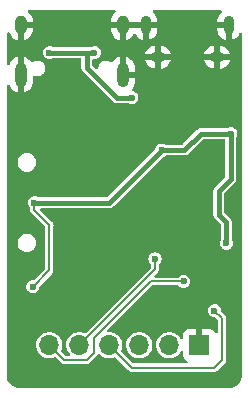
<source format=gbl>
G04 #@! TF.GenerationSoftware,KiCad,Pcbnew,7.0.5-7.0.5~ubuntu22.04.1*
G04 #@! TF.CreationDate,2023-07-13T11:12:20+08:00*
G04 #@! TF.ProjectId,EFP-flash,4546502d-666c-4617-9368-2e6b69636164,v1.1.0*
G04 #@! TF.SameCoordinates,Original*
G04 #@! TF.FileFunction,Copper,L2,Bot*
G04 #@! TF.FilePolarity,Positive*
%FSLAX46Y46*%
G04 Gerber Fmt 4.6, Leading zero omitted, Abs format (unit mm)*
G04 Created by KiCad (PCBNEW 7.0.5-7.0.5~ubuntu22.04.1) date 2023-07-13 11:12:20*
%MOMM*%
%LPD*%
G01*
G04 APERTURE LIST*
G04 #@! TA.AperFunction,ComponentPad*
%ADD10O,0.890000X1.550000*%
G04 #@! TD*
G04 #@! TA.AperFunction,ComponentPad*
%ADD11O,1.250000X0.950000*%
G04 #@! TD*
G04 #@! TA.AperFunction,ComponentPad*
%ADD12O,1.000000X2.100000*%
G04 #@! TD*
G04 #@! TA.AperFunction,ComponentPad*
%ADD13O,1.000000X1.600000*%
G04 #@! TD*
G04 #@! TA.AperFunction,ComponentPad*
%ADD14R,1.700000X1.700000*%
G04 #@! TD*
G04 #@! TA.AperFunction,ComponentPad*
%ADD15O,1.700000X1.700000*%
G04 #@! TD*
G04 #@! TA.AperFunction,ViaPad*
%ADD16C,0.600000*%
G04 #@! TD*
G04 #@! TA.AperFunction,Conductor*
%ADD17C,0.200000*%
G04 #@! TD*
G04 #@! TA.AperFunction,Conductor*
%ADD18C,0.400000*%
G04 #@! TD*
G04 #@! TA.AperFunction,Conductor*
%ADD19C,0.127000*%
G04 #@! TD*
G04 APERTURE END LIST*
D10*
G04 #@! TO.P,J101,6,Shield*
G04 #@! TO.N,GND*
X151709000Y-38959000D03*
D11*
X150709000Y-41659000D03*
X145709000Y-41659000D03*
D10*
X144709000Y-38959000D03*
G04 #@! TD*
D12*
G04 #@! TO.P,J102,S1,SHIELD*
G04 #@! TO.N,GND*
X142750000Y-43135000D03*
D13*
X142750000Y-38955000D03*
D12*
X134110000Y-43135000D03*
D13*
X134110000Y-38955000D03*
G04 #@! TD*
D14*
G04 #@! TO.P,J103,1,Pin_1*
G04 #@! TO.N,GND*
X149225000Y-66040000D03*
D15*
G04 #@! TO.P,J103,2,Pin_2*
G04 #@! TO.N,/SER_RX*
X146685000Y-66040000D03*
G04 #@! TO.P,J103,3,Pin_3*
G04 #@! TO.N,/SER_TX*
X144145000Y-66040000D03*
G04 #@! TO.P,J103,4,Pin_4*
G04 #@! TO.N,/3v3_{SW}*
X141605000Y-66040000D03*
G04 #@! TO.P,J103,5,Pin_5*
G04 #@! TO.N,/EN*
X139065000Y-66040000D03*
G04 #@! TO.P,J103,6,Pin_6*
G04 #@! TO.N,/Boot*
X136525000Y-66040000D03*
G04 #@! TD*
D16*
G04 #@! TO.N,GND*
X145415000Y-53340000D03*
X145415000Y-64135000D03*
X149606000Y-49530000D03*
X144780000Y-49530000D03*
X151765000Y-53975000D03*
X146939000Y-40259000D03*
X135890000Y-48641000D03*
X147828000Y-48133000D03*
X139700000Y-50165000D03*
X137795000Y-64135000D03*
X136906000Y-46990000D03*
X149987000Y-43942000D03*
X147955000Y-54610000D03*
X140970000Y-59055000D03*
X138430000Y-60960000D03*
X151765000Y-58420000D03*
X143129000Y-47752000D03*
X134620000Y-45720000D03*
X140970000Y-61595000D03*
G04 #@! TO.N,+3V3*
X151892000Y-48133000D03*
X146050000Y-49530000D03*
X151511000Y-57404000D03*
X135128000Y-61087000D03*
X135255000Y-53975000D03*
G04 #@! TO.N,Net-(J101-VBUS)*
X143510000Y-45085000D03*
X140335000Y-41275000D03*
X136525000Y-41275000D03*
G04 #@! TO.N,/3v3_{SW}*
X150495000Y-63119000D03*
G04 #@! TO.N,/EN*
X145481000Y-58740000D03*
G04 #@! TO.N,/Boot*
X147889000Y-60640000D03*
G04 #@! TD*
D17*
G04 #@! TO.N,+3V3*
X136525000Y-59690000D02*
X136525000Y-55880000D01*
D18*
X150876000Y-54991000D02*
X151511000Y-55626000D01*
X150876000Y-52959000D02*
X150876000Y-54991000D01*
D17*
X135255000Y-54610000D02*
X135255000Y-53975000D01*
D18*
X147955000Y-49530000D02*
X146050000Y-49530000D01*
X146050000Y-49530000D02*
X141605000Y-53975000D01*
X151892000Y-48133000D02*
X151892000Y-51943000D01*
D17*
X136525000Y-55880000D02*
X135255000Y-54610000D01*
D18*
X151892000Y-51943000D02*
X150876000Y-52959000D01*
X149352000Y-48133000D02*
X147955000Y-49530000D01*
X141605000Y-53975000D02*
X135255000Y-53975000D01*
D17*
X135128000Y-61087000D02*
X136525000Y-59690000D01*
D18*
X151892000Y-48133000D02*
X149352000Y-48133000D01*
X151511000Y-55626000D02*
X151511000Y-57404000D01*
G04 #@! TO.N,Net-(J101-VBUS)*
X139700000Y-41275000D02*
X139700000Y-42545000D01*
X139700000Y-42545000D02*
X142240000Y-45085000D01*
X136525000Y-41275000D02*
X139700000Y-41275000D01*
X142240000Y-45085000D02*
X143510000Y-45085000D01*
X139700000Y-41275000D02*
X140335000Y-41275000D01*
D17*
G04 #@! TO.N,/3v3_{SW}*
X143510000Y-67945000D02*
X150495000Y-67945000D01*
X141605000Y-66040000D02*
X143510000Y-67945000D01*
X151130000Y-67310000D02*
X151130000Y-63754000D01*
X151130000Y-63754000D02*
X150495000Y-63119000D01*
X150495000Y-67945000D02*
X151130000Y-67310000D01*
D19*
G04 #@! TO.N,/EN*
X139065000Y-66040000D02*
X145481000Y-59624000D01*
X145481000Y-59624000D02*
X145481000Y-58740000D01*
G04 #@! TO.N,/Boot*
X145100000Y-60640000D02*
X147889000Y-60640000D01*
X140335000Y-65405000D02*
X145100000Y-60640000D01*
X140335000Y-66675000D02*
X140335000Y-65405000D01*
X139700000Y-67310000D02*
X140335000Y-66675000D01*
X136525000Y-66040000D02*
X137795000Y-67310000D01*
X137795000Y-67310000D02*
X139700000Y-67310000D01*
G04 #@! TD*
G04 #@! TA.AperFunction,Conductor*
G04 #@! TO.N,GND*
G36*
X142082766Y-37685502D02*
G01*
X142129259Y-37739158D01*
X142139363Y-37809432D01*
X142109869Y-37874012D01*
X142094579Y-37888899D01*
X142033788Y-37938788D01*
X141907824Y-38092275D01*
X141814225Y-38267385D01*
X141814219Y-38267400D01*
X141756585Y-38457393D01*
X141756583Y-38457405D01*
X141742000Y-38605473D01*
X141742000Y-38701000D01*
X142450000Y-38701000D01*
X142450000Y-39209000D01*
X141742000Y-39209000D01*
X141742000Y-39304526D01*
X141756583Y-39452594D01*
X141756585Y-39452606D01*
X141814219Y-39642599D01*
X141814225Y-39642614D01*
X141907824Y-39817724D01*
X142033788Y-39971211D01*
X142187275Y-40097175D01*
X142362388Y-40190775D01*
X142496000Y-40231305D01*
X142496000Y-39414650D01*
X142524457Y-39460610D01*
X142613962Y-39528201D01*
X142721840Y-39558895D01*
X142833521Y-39548546D01*
X142933922Y-39498552D01*
X143004000Y-39421681D01*
X143004000Y-40231305D01*
X143137611Y-40190775D01*
X143312724Y-40097175D01*
X143466211Y-39971211D01*
X143592175Y-39817724D01*
X143640287Y-39727714D01*
X143690039Y-39677066D01*
X143759275Y-39661356D01*
X143826015Y-39685572D01*
X143861577Y-39725962D01*
X143922778Y-39836226D01*
X143922778Y-39836227D01*
X144049023Y-39983285D01*
X144049029Y-39983290D01*
X144202298Y-40101929D01*
X144376308Y-40187285D01*
X144376309Y-40187286D01*
X144455000Y-40207660D01*
X144455000Y-39213000D01*
X143772191Y-39213000D01*
X143758568Y-39209000D01*
X143050000Y-39209000D01*
X143050000Y-38701000D01*
X143741809Y-38701000D01*
X143755432Y-38705000D01*
X144459000Y-38705000D01*
X144459000Y-39308624D01*
X144473505Y-39381545D01*
X144528760Y-39464240D01*
X144611455Y-39519495D01*
X144709000Y-39538898D01*
X144806545Y-39519495D01*
X144889240Y-39464240D01*
X144944495Y-39381545D01*
X144959000Y-39308624D01*
X144959000Y-39213000D01*
X144963000Y-39213000D01*
X144963000Y-40211187D01*
X145130858Y-40149019D01*
X145295347Y-40046493D01*
X145295354Y-40046489D01*
X145435827Y-39912957D01*
X145546550Y-39753878D01*
X145622982Y-39575767D01*
X145661999Y-39385912D01*
X145662000Y-39385906D01*
X145662000Y-39213000D01*
X150756000Y-39213000D01*
X150756000Y-39337350D01*
X150770692Y-39481819D01*
X150770693Y-39481824D01*
X150828716Y-39666757D01*
X150922778Y-39836226D01*
X150922778Y-39836227D01*
X151049023Y-39983285D01*
X151049029Y-39983290D01*
X151202298Y-40101929D01*
X151376308Y-40187285D01*
X151376309Y-40187286D01*
X151455000Y-40207660D01*
X151455000Y-39213000D01*
X150756000Y-39213000D01*
X145662000Y-39213000D01*
X144963000Y-39213000D01*
X144959000Y-39213000D01*
X144959000Y-38705000D01*
X145662000Y-38705000D01*
X145662000Y-38580668D01*
X145661999Y-38580649D01*
X145647307Y-38436180D01*
X145647306Y-38436175D01*
X145589283Y-38251242D01*
X145495221Y-38081773D01*
X145495221Y-38081772D01*
X145368976Y-37934714D01*
X145368974Y-37934713D01*
X145312680Y-37891138D01*
X145271056Y-37833623D01*
X145267133Y-37762735D01*
X145302159Y-37700980D01*
X145365011Y-37667964D01*
X145389806Y-37665500D01*
X151023936Y-37665500D01*
X151092057Y-37685502D01*
X151138550Y-37739158D01*
X151148654Y-37809432D01*
X151119160Y-37874012D01*
X151110746Y-37882824D01*
X150982170Y-38005045D01*
X150871449Y-38164121D01*
X150795017Y-38342232D01*
X150756000Y-38532087D01*
X150756000Y-38705000D01*
X151459000Y-38705000D01*
X151459000Y-39308624D01*
X151473505Y-39381545D01*
X151528760Y-39464240D01*
X151611455Y-39519495D01*
X151709000Y-39538898D01*
X151806545Y-39519495D01*
X151889240Y-39464240D01*
X151944495Y-39381545D01*
X151959000Y-39308624D01*
X151959000Y-38812611D01*
X151963000Y-38831000D01*
X151963000Y-40211187D01*
X152130858Y-40149019D01*
X152295347Y-40046493D01*
X152295354Y-40046489D01*
X152435827Y-39912957D01*
X152546550Y-39753878D01*
X152592711Y-39646309D01*
X152637956Y-39591596D01*
X152705597Y-39570030D01*
X152774161Y-39588458D01*
X152821877Y-39641028D01*
X152834500Y-39695997D01*
X152834500Y-68577242D01*
X152834260Y-68582736D01*
X152819211Y-68754736D01*
X152815398Y-68776365D01*
X152772854Y-68935142D01*
X152765342Y-68955781D01*
X152695870Y-69104763D01*
X152684888Y-69123783D01*
X152590607Y-69258431D01*
X152576489Y-69275256D01*
X152460256Y-69391489D01*
X152443431Y-69405607D01*
X152308783Y-69499888D01*
X152289763Y-69510870D01*
X152140781Y-69580342D01*
X152120142Y-69587854D01*
X151961365Y-69630398D01*
X151939736Y-69634211D01*
X151767736Y-69649260D01*
X151762242Y-69649500D01*
X133987758Y-69649500D01*
X133982264Y-69649260D01*
X133810263Y-69634212D01*
X133788634Y-69630398D01*
X133629857Y-69587854D01*
X133609218Y-69580342D01*
X133460236Y-69510870D01*
X133441216Y-69499888D01*
X133306568Y-69405607D01*
X133289743Y-69391489D01*
X133173510Y-69275256D01*
X133159392Y-69258431D01*
X133065111Y-69123783D01*
X133054129Y-69104763D01*
X132984657Y-68955781D01*
X132977147Y-68935148D01*
X132934600Y-68776363D01*
X132930787Y-68754735D01*
X132915740Y-68582736D01*
X132915500Y-68577242D01*
X132915500Y-66040004D01*
X135415768Y-66040004D01*
X135434654Y-66243819D01*
X135448932Y-66294000D01*
X135490672Y-66440701D01*
X135581912Y-66623935D01*
X135602186Y-66650783D01*
X135705266Y-66787284D01*
X135856536Y-66925185D01*
X136030566Y-67032940D01*
X136030568Y-67032940D01*
X136030573Y-67032944D01*
X136221444Y-67106888D01*
X136422653Y-67144500D01*
X136422655Y-67144500D01*
X136627345Y-67144500D01*
X136627347Y-67144500D01*
X136828556Y-67106888D01*
X136978041Y-67048976D01*
X137048788Y-67043020D01*
X137111524Y-67076257D01*
X137112653Y-67077373D01*
X137558379Y-67523099D01*
X137562083Y-67527142D01*
X137587438Y-67557358D01*
X137587440Y-67557360D01*
X137621594Y-67577079D01*
X137626219Y-67580025D01*
X137635706Y-67586668D01*
X137658536Y-67602654D01*
X137664988Y-67605662D01*
X137677850Y-67610989D01*
X137684558Y-67613431D01*
X137684560Y-67613432D01*
X137723412Y-67620282D01*
X137728748Y-67621465D01*
X137766857Y-67631677D01*
X137791918Y-67629484D01*
X137806150Y-67628240D01*
X137811642Y-67628000D01*
X139683358Y-67628000D01*
X139688850Y-67628240D01*
X139705255Y-67629674D01*
X139728143Y-67631677D01*
X139766262Y-67621461D01*
X139771583Y-67620282D01*
X139810440Y-67613432D01*
X139810441Y-67613431D01*
X139810443Y-67613431D01*
X139817163Y-67610984D01*
X139829973Y-67605679D01*
X139836460Y-67602653D01*
X139836466Y-67602652D01*
X139868781Y-67580024D01*
X139873410Y-67577077D01*
X139907558Y-67557362D01*
X139907562Y-67557358D01*
X139932917Y-67527139D01*
X139936610Y-67523108D01*
X140548108Y-66911610D01*
X140552141Y-66907916D01*
X140582360Y-66882560D01*
X140602076Y-66848411D01*
X140605029Y-66843775D01*
X140606587Y-66841549D01*
X140617198Y-66826394D01*
X140672652Y-66782065D01*
X140743271Y-66774753D01*
X140805298Y-66805547D01*
X140936532Y-66925182D01*
X140936535Y-66925184D01*
X140936537Y-66925185D01*
X140936538Y-66925186D01*
X140984843Y-66955095D01*
X141110566Y-67032940D01*
X141110568Y-67032940D01*
X141110573Y-67032944D01*
X141301444Y-67106888D01*
X141502653Y-67144500D01*
X141502655Y-67144500D01*
X141707345Y-67144500D01*
X141707347Y-67144500D01*
X141908556Y-67106888D01*
X142020835Y-67063389D01*
X142091580Y-67057433D01*
X142154317Y-67090669D01*
X142155447Y-67091786D01*
X143224089Y-68160428D01*
X143240476Y-68180606D01*
X143245578Y-68188416D01*
X143248242Y-68190489D01*
X143271813Y-68208835D01*
X143277657Y-68213996D01*
X143280103Y-68216442D01*
X143286344Y-68220898D01*
X143296987Y-68228498D01*
X143299074Y-68230054D01*
X143331653Y-68255410D01*
X143338944Y-68261085D01*
X143338946Y-68261085D01*
X143345480Y-68264621D01*
X143352147Y-68267880D01*
X143352152Y-68267884D01*
X143383525Y-68277224D01*
X143400583Y-68282303D01*
X143403065Y-68283097D01*
X143450844Y-68299500D01*
X143450851Y-68299500D01*
X143458191Y-68300725D01*
X143465542Y-68301641D01*
X143465544Y-68301642D01*
X143465545Y-68301641D01*
X143465546Y-68301642D01*
X143479291Y-68301073D01*
X143516034Y-68299553D01*
X143518629Y-68299500D01*
X150445166Y-68299500D01*
X150471022Y-68302181D01*
X150480147Y-68304095D01*
X150513134Y-68299983D01*
X150520923Y-68299500D01*
X150524374Y-68299500D01*
X150524377Y-68299500D01*
X150544840Y-68296084D01*
X150547400Y-68295712D01*
X150569184Y-68292996D01*
X150597551Y-68289461D01*
X150597555Y-68289458D01*
X150604694Y-68287333D01*
X150611696Y-68284929D01*
X150611698Y-68284929D01*
X150649223Y-68264621D01*
X150656132Y-68260882D01*
X150658429Y-68259698D01*
X150703840Y-68237499D01*
X150703845Y-68237493D01*
X150709887Y-68233179D01*
X150715744Y-68228621D01*
X150715749Y-68228619D01*
X150749990Y-68191421D01*
X150751749Y-68189588D01*
X151345431Y-67595905D01*
X151365609Y-67579520D01*
X151373416Y-67574421D01*
X151393843Y-67548174D01*
X151398999Y-67542337D01*
X151401442Y-67539896D01*
X151413521Y-67522976D01*
X151415015Y-67520972D01*
X151446085Y-67481056D01*
X151446088Y-67481045D01*
X151449627Y-67474506D01*
X151452884Y-67467847D01*
X151467312Y-67419381D01*
X151468083Y-67416975D01*
X151484500Y-67369156D01*
X151484500Y-67369149D01*
X151485724Y-67361810D01*
X151486642Y-67354452D01*
X151484554Y-67303973D01*
X151484500Y-67301369D01*
X151484500Y-63803834D01*
X151487182Y-63777974D01*
X151489095Y-63768853D01*
X151484983Y-63735866D01*
X151484500Y-63728076D01*
X151484500Y-63724627D01*
X151484500Y-63724623D01*
X151481081Y-63704138D01*
X151480712Y-63701602D01*
X151480299Y-63698287D01*
X151474461Y-63651449D01*
X151474459Y-63651446D01*
X151472343Y-63644335D01*
X151469929Y-63637304D01*
X151469929Y-63637302D01*
X151445861Y-63592830D01*
X151444704Y-63590583D01*
X151422499Y-63545161D01*
X151422495Y-63545157D01*
X151418158Y-63539083D01*
X151413620Y-63533252D01*
X151376419Y-63499006D01*
X151374564Y-63497226D01*
X151091190Y-63213852D01*
X151057164Y-63151540D01*
X151054285Y-63124757D01*
X151054285Y-63118999D01*
X151035228Y-62974247D01*
X151035228Y-62974246D01*
X150979355Y-62839358D01*
X150890474Y-62723526D01*
X150890472Y-62723524D01*
X150890471Y-62723523D01*
X150774649Y-62634649D01*
X150774641Y-62634644D01*
X150639752Y-62578771D01*
X150495000Y-62559715D01*
X150350247Y-62578771D01*
X150282801Y-62606708D01*
X150215358Y-62634645D01*
X150215357Y-62634646D01*
X150215356Y-62634646D01*
X150099526Y-62723526D01*
X150010646Y-62839356D01*
X150010645Y-62839358D01*
X149982708Y-62906802D01*
X149954771Y-62974247D01*
X149935715Y-63118999D01*
X149935715Y-63119000D01*
X149954771Y-63263752D01*
X150010644Y-63398641D01*
X150010649Y-63398649D01*
X150099525Y-63514474D01*
X150201682Y-63592862D01*
X150215357Y-63603355D01*
X150350246Y-63659228D01*
X150495000Y-63678285D01*
X150500757Y-63678285D01*
X150568878Y-63698287D01*
X150589852Y-63715190D01*
X150738595Y-63863933D01*
X150772621Y-63926245D01*
X150775500Y-63953028D01*
X150775500Y-64916088D01*
X150755498Y-64984209D01*
X150701842Y-65030702D01*
X150631568Y-65040806D01*
X150566988Y-65011312D01*
X150531445Y-64960122D01*
X150525445Y-64944037D01*
X150525444Y-64944034D01*
X150437904Y-64827095D01*
X150320965Y-64739555D01*
X150184093Y-64688505D01*
X150123597Y-64682000D01*
X149479000Y-64682000D01*
X149479000Y-65606325D01*
X149367315Y-65555320D01*
X149260763Y-65540000D01*
X149189237Y-65540000D01*
X149082685Y-65555320D01*
X148971000Y-65606325D01*
X148971000Y-64682000D01*
X148326402Y-64682000D01*
X148265906Y-64688505D01*
X148129035Y-64739555D01*
X148129034Y-64739555D01*
X148012095Y-64827095D01*
X147924555Y-64944034D01*
X147924555Y-64944035D01*
X147873505Y-65080906D01*
X147867000Y-65141402D01*
X147867000Y-65400145D01*
X147846998Y-65468266D01*
X147793342Y-65514759D01*
X147723068Y-65524863D01*
X147658488Y-65495369D01*
X147631630Y-65460723D01*
X147631155Y-65461018D01*
X147628360Y-65456505D01*
X147628211Y-65456312D01*
X147628087Y-65456063D01*
X147504733Y-65292715D01*
X147353463Y-65154814D01*
X147179433Y-65047059D01*
X147179428Y-65047057D01*
X147179427Y-65047056D01*
X147127040Y-65026761D01*
X146988559Y-64973113D01*
X146988560Y-64973113D01*
X146988557Y-64973112D01*
X146988556Y-64973112D01*
X146787347Y-64935500D01*
X146582653Y-64935500D01*
X146381444Y-64973112D01*
X146381439Y-64973113D01*
X146190577Y-65047054D01*
X146190566Y-65047059D01*
X146016536Y-65154814D01*
X145865266Y-65292715D01*
X145741913Y-65456063D01*
X145650671Y-65639301D01*
X145594654Y-65836180D01*
X145575768Y-66039995D01*
X145575768Y-66040004D01*
X145594654Y-66243819D01*
X145608932Y-66294000D01*
X145650672Y-66440701D01*
X145741912Y-66623935D01*
X145762186Y-66650783D01*
X145865266Y-66787284D01*
X146016536Y-66925185D01*
X146190566Y-67032940D01*
X146190568Y-67032940D01*
X146190573Y-67032944D01*
X146381444Y-67106888D01*
X146582653Y-67144500D01*
X146582655Y-67144500D01*
X146787345Y-67144500D01*
X146787347Y-67144500D01*
X146988556Y-67106888D01*
X147179427Y-67032944D01*
X147353462Y-66925186D01*
X147504732Y-66787285D01*
X147506126Y-66785440D01*
X147585860Y-66679854D01*
X147628088Y-66623935D01*
X147628208Y-66623693D01*
X147628296Y-66623598D01*
X147631155Y-66618982D01*
X147632057Y-66619541D01*
X147676474Y-66571630D01*
X147745228Y-66553925D01*
X147812639Y-66576202D01*
X147857305Y-66631387D01*
X147867000Y-66679854D01*
X147867000Y-66938597D01*
X147873505Y-66999093D01*
X147924555Y-67135964D01*
X147924555Y-67135965D01*
X148012095Y-67252904D01*
X148129034Y-67340444D01*
X148145121Y-67346444D01*
X148201957Y-67388991D01*
X148226768Y-67455511D01*
X148211677Y-67524885D01*
X148161475Y-67575087D01*
X148101089Y-67590500D01*
X143709029Y-67590500D01*
X143640908Y-67570498D01*
X143619934Y-67553595D01*
X142659458Y-66593119D01*
X142625432Y-66530807D01*
X142630497Y-66459992D01*
X142635759Y-66447868D01*
X142639328Y-66440701D01*
X142695345Y-66243821D01*
X142702371Y-66168000D01*
X142714232Y-66040004D01*
X143035768Y-66040004D01*
X143054654Y-66243819D01*
X143068932Y-66294000D01*
X143110672Y-66440701D01*
X143201912Y-66623935D01*
X143222186Y-66650783D01*
X143325266Y-66787284D01*
X143476536Y-66925185D01*
X143650566Y-67032940D01*
X143650568Y-67032940D01*
X143650573Y-67032944D01*
X143841444Y-67106888D01*
X144042653Y-67144500D01*
X144042655Y-67144500D01*
X144247345Y-67144500D01*
X144247347Y-67144500D01*
X144448556Y-67106888D01*
X144639427Y-67032944D01*
X144813462Y-66925186D01*
X144964732Y-66787285D01*
X144966126Y-66785440D01*
X144997500Y-66743893D01*
X145088088Y-66623935D01*
X145179328Y-66440701D01*
X145235345Y-66243821D01*
X145242371Y-66168000D01*
X145254232Y-66040004D01*
X145254232Y-66039995D01*
X145235345Y-65836180D01*
X145199217Y-65709202D01*
X145179328Y-65639299D01*
X145088088Y-65456065D01*
X145045859Y-65400145D01*
X144964733Y-65292715D01*
X144813463Y-65154814D01*
X144639433Y-65047059D01*
X144639428Y-65047057D01*
X144639427Y-65047056D01*
X144587040Y-65026761D01*
X144448559Y-64973113D01*
X144448560Y-64973113D01*
X144448557Y-64973112D01*
X144448556Y-64973112D01*
X144247347Y-64935500D01*
X144042653Y-64935500D01*
X143841444Y-64973112D01*
X143841439Y-64973113D01*
X143650577Y-65047054D01*
X143650566Y-65047059D01*
X143476536Y-65154814D01*
X143325266Y-65292715D01*
X143201913Y-65456063D01*
X143110671Y-65639301D01*
X143054654Y-65836180D01*
X143035768Y-66039995D01*
X143035768Y-66040004D01*
X142714232Y-66040004D01*
X142714232Y-66039995D01*
X142695345Y-65836180D01*
X142659217Y-65709202D01*
X142639328Y-65639299D01*
X142548088Y-65456065D01*
X142505859Y-65400145D01*
X142424733Y-65292715D01*
X142273463Y-65154814D01*
X142099433Y-65047059D01*
X142099428Y-65047057D01*
X142099427Y-65047056D01*
X142047040Y-65026761D01*
X141908559Y-64973113D01*
X141908560Y-64973113D01*
X141908557Y-64973112D01*
X141908556Y-64973112D01*
X141707347Y-64935500D01*
X141558409Y-64935500D01*
X141490288Y-64915498D01*
X141443795Y-64861842D01*
X141433691Y-64791568D01*
X141463185Y-64726988D01*
X141469314Y-64720405D01*
X143215473Y-62974247D01*
X145194814Y-60994905D01*
X145257127Y-60960879D01*
X145283910Y-60958000D01*
X147371942Y-60958000D01*
X147440063Y-60978002D01*
X147471904Y-61007296D01*
X147493526Y-61035474D01*
X147609357Y-61124355D01*
X147744246Y-61180228D01*
X147889000Y-61199285D01*
X148033754Y-61180228D01*
X148168643Y-61124355D01*
X148284474Y-61035474D01*
X148373355Y-60919643D01*
X148429228Y-60784754D01*
X148448285Y-60640000D01*
X148429228Y-60495246D01*
X148373355Y-60360358D01*
X148284474Y-60244526D01*
X148284472Y-60244524D01*
X148284471Y-60244523D01*
X148168649Y-60155649D01*
X148168641Y-60155644D01*
X148033752Y-60099771D01*
X147889000Y-60080715D01*
X147744247Y-60099771D01*
X147676801Y-60127708D01*
X147609358Y-60155645D01*
X147609357Y-60155646D01*
X147609356Y-60155646D01*
X147493524Y-60244527D01*
X147471905Y-60272703D01*
X147414567Y-60314571D01*
X147371942Y-60322000D01*
X145536911Y-60322000D01*
X145468790Y-60301998D01*
X145422297Y-60248342D01*
X145412193Y-60178068D01*
X145441687Y-60113488D01*
X145447815Y-60106905D01*
X145632395Y-59922324D01*
X145694103Y-59860615D01*
X145698148Y-59856910D01*
X145701005Y-59854513D01*
X145728360Y-59831560D01*
X145747639Y-59798168D01*
X145748077Y-59797410D01*
X145751024Y-59792781D01*
X145773652Y-59760466D01*
X145773653Y-59760460D01*
X145776679Y-59753973D01*
X145781984Y-59741163D01*
X145784431Y-59734443D01*
X145784432Y-59734440D01*
X145791282Y-59695583D01*
X145792461Y-59690262D01*
X145802677Y-59652143D01*
X145800574Y-59628110D01*
X145799240Y-59612850D01*
X145799000Y-59607358D01*
X145799000Y-59257058D01*
X145819002Y-59188937D01*
X145848297Y-59157095D01*
X145876474Y-59135474D01*
X145965355Y-59019643D01*
X146021228Y-58884754D01*
X146040285Y-58740000D01*
X146021228Y-58595246D01*
X145965355Y-58460358D01*
X145876474Y-58344526D01*
X145876472Y-58344524D01*
X145876471Y-58344523D01*
X145760649Y-58255649D01*
X145760641Y-58255644D01*
X145625752Y-58199771D01*
X145481000Y-58180715D01*
X145336247Y-58199771D01*
X145268801Y-58227708D01*
X145201358Y-58255645D01*
X145201357Y-58255646D01*
X145201356Y-58255646D01*
X145085526Y-58344526D01*
X144996646Y-58460356D01*
X144996645Y-58460358D01*
X144968708Y-58527802D01*
X144940771Y-58595247D01*
X144921715Y-58739999D01*
X144921715Y-58740000D01*
X144940771Y-58884752D01*
X144996644Y-59019641D01*
X144996649Y-59019649D01*
X145085525Y-59135473D01*
X145113703Y-59157095D01*
X145155571Y-59214433D01*
X145163000Y-59257058D01*
X145163000Y-59440089D01*
X145142998Y-59508210D01*
X145126095Y-59529184D01*
X139652652Y-65002626D01*
X139590340Y-65036652D01*
X139519525Y-65031587D01*
X139518041Y-65031023D01*
X139517212Y-65030702D01*
X139497708Y-65023146D01*
X139368557Y-64973112D01*
X139299065Y-64960122D01*
X139167347Y-64935500D01*
X138962653Y-64935500D01*
X138761444Y-64973112D01*
X138761439Y-64973113D01*
X138570577Y-65047054D01*
X138570566Y-65047059D01*
X138396536Y-65154814D01*
X138245266Y-65292715D01*
X138121913Y-65456063D01*
X138030671Y-65639301D01*
X137974654Y-65836180D01*
X137955768Y-66039995D01*
X137955768Y-66040004D01*
X137974654Y-66243819D01*
X137988932Y-66294000D01*
X138030672Y-66440701D01*
X138121912Y-66623935D01*
X138149985Y-66661110D01*
X138247369Y-66790068D01*
X138272459Y-66856484D01*
X138257659Y-66925921D01*
X138207668Y-66976333D01*
X138146819Y-66992000D01*
X137978910Y-66992000D01*
X137910789Y-66971998D01*
X137889815Y-66955095D01*
X137562299Y-66627579D01*
X137528273Y-66565267D01*
X137533338Y-66494452D01*
X137538604Y-66482320D01*
X137549722Y-66459992D01*
X137559328Y-66440701D01*
X137615345Y-66243821D01*
X137622371Y-66168000D01*
X137634232Y-66040004D01*
X137634232Y-66039995D01*
X137615345Y-65836180D01*
X137579217Y-65709202D01*
X137559328Y-65639299D01*
X137468088Y-65456065D01*
X137425859Y-65400145D01*
X137344733Y-65292715D01*
X137193463Y-65154814D01*
X137019433Y-65047059D01*
X137019428Y-65047057D01*
X137019427Y-65047056D01*
X136967040Y-65026761D01*
X136828559Y-64973113D01*
X136828560Y-64973113D01*
X136828557Y-64973112D01*
X136828556Y-64973112D01*
X136627347Y-64935500D01*
X136422653Y-64935500D01*
X136221444Y-64973112D01*
X136221439Y-64973113D01*
X136030577Y-65047054D01*
X136030566Y-65047059D01*
X135856536Y-65154814D01*
X135705266Y-65292715D01*
X135581913Y-65456063D01*
X135490671Y-65639301D01*
X135434654Y-65836180D01*
X135415768Y-66039995D01*
X135415768Y-66040004D01*
X132915500Y-66040004D01*
X132915500Y-61087000D01*
X134568715Y-61087000D01*
X134587771Y-61231752D01*
X134643644Y-61366641D01*
X134643649Y-61366649D01*
X134732525Y-61482474D01*
X134848350Y-61571350D01*
X134848357Y-61571355D01*
X134983246Y-61627228D01*
X135128000Y-61646285D01*
X135272754Y-61627228D01*
X135407643Y-61571355D01*
X135523474Y-61482474D01*
X135612355Y-61366643D01*
X135668228Y-61231754D01*
X135687285Y-61087000D01*
X135687285Y-61086999D01*
X135687285Y-61081243D01*
X135707287Y-61013122D01*
X135724190Y-60992148D01*
X136225528Y-60490810D01*
X136740431Y-59975906D01*
X136760608Y-59959521D01*
X136768416Y-59954421D01*
X136788842Y-59928176D01*
X136794001Y-59922337D01*
X136796442Y-59919897D01*
X136808526Y-59902970D01*
X136810028Y-59900955D01*
X136841085Y-59861056D01*
X136841087Y-59861048D01*
X136844624Y-59854513D01*
X136847884Y-59847847D01*
X136852733Y-59831559D01*
X136862312Y-59799381D01*
X136863083Y-59796975D01*
X136879500Y-59749156D01*
X136879500Y-59749149D01*
X136880725Y-59741808D01*
X136881642Y-59734453D01*
X136879554Y-59683984D01*
X136879500Y-59681380D01*
X136879500Y-55929834D01*
X136882182Y-55903974D01*
X136884095Y-55894853D01*
X136879983Y-55861866D01*
X136879500Y-55854076D01*
X136879500Y-55850627D01*
X136879500Y-55850623D01*
X136876081Y-55830138D01*
X136875712Y-55827602D01*
X136874049Y-55814260D01*
X136869461Y-55777449D01*
X136869459Y-55777446D01*
X136867341Y-55770330D01*
X136864929Y-55763305D01*
X136864929Y-55763302D01*
X136840872Y-55718848D01*
X136839693Y-55716559D01*
X136817499Y-55671160D01*
X136817496Y-55671157D01*
X136813176Y-55665107D01*
X136808617Y-55659249D01*
X136796419Y-55648020D01*
X136771423Y-55625009D01*
X136769566Y-55623227D01*
X135790934Y-54644595D01*
X135756908Y-54582283D01*
X135761973Y-54511468D01*
X135804520Y-54454632D01*
X135871040Y-54429821D01*
X135880029Y-54429500D01*
X141575927Y-54429500D01*
X141582981Y-54429895D01*
X141622186Y-54434313D01*
X141680014Y-54423370D01*
X141682290Y-54422983D01*
X141740479Y-54414214D01*
X141740484Y-54414211D01*
X141748705Y-54411676D01*
X141756800Y-54408842D01*
X141756807Y-54408841D01*
X141808866Y-54381326D01*
X141810896Y-54380302D01*
X141863921Y-54354767D01*
X141863923Y-54354764D01*
X141871025Y-54349922D01*
X141877931Y-54344824D01*
X141877940Y-54344820D01*
X141919526Y-54303232D01*
X141921204Y-54301614D01*
X141964356Y-54261577D01*
X141964356Y-54261576D01*
X141970244Y-54254193D01*
X141970917Y-54254730D01*
X141980420Y-54242338D01*
X146115887Y-50106871D01*
X146178197Y-50072847D01*
X146188515Y-50071049D01*
X146194754Y-50070228D01*
X146329643Y-50014355D01*
X146334618Y-50010537D01*
X146400840Y-49984937D01*
X146411322Y-49984500D01*
X147925927Y-49984500D01*
X147932981Y-49984895D01*
X147972186Y-49989313D01*
X148030014Y-49978370D01*
X148032290Y-49977983D01*
X148090479Y-49969214D01*
X148090484Y-49969211D01*
X148098705Y-49966676D01*
X148106800Y-49963842D01*
X148106807Y-49963841D01*
X148158866Y-49936326D01*
X148160896Y-49935302D01*
X148213921Y-49909767D01*
X148213923Y-49909764D01*
X148221025Y-49904922D01*
X148227931Y-49899824D01*
X148227940Y-49899820D01*
X148269526Y-49858232D01*
X148271204Y-49856614D01*
X148314356Y-49816577D01*
X148314356Y-49816576D01*
X148320244Y-49809193D01*
X148320917Y-49809729D01*
X148330417Y-49797341D01*
X149503357Y-48624402D01*
X149565667Y-48590379D01*
X149592450Y-48587500D01*
X151311500Y-48587500D01*
X151379621Y-48607502D01*
X151426114Y-48661158D01*
X151437500Y-48713500D01*
X151437500Y-51702547D01*
X151417498Y-51770668D01*
X151400595Y-51791643D01*
X150575172Y-52617065D01*
X150569902Y-52621775D01*
X150539064Y-52646368D01*
X150505921Y-52694979D01*
X150504559Y-52696897D01*
X150469631Y-52744226D01*
X150465595Y-52751862D01*
X150461884Y-52759569D01*
X150444542Y-52815792D01*
X150443806Y-52818030D01*
X150424378Y-52873551D01*
X150422782Y-52881982D01*
X150421500Y-52890494D01*
X150421500Y-52949309D01*
X150421456Y-52951665D01*
X150419255Y-53010465D01*
X150420313Y-53019846D01*
X150419460Y-53019942D01*
X150421500Y-53035426D01*
X150421500Y-54961925D01*
X150421104Y-54968984D01*
X150416687Y-55008186D01*
X150416687Y-55008189D01*
X150427619Y-55065966D01*
X150428014Y-55068287D01*
X150436786Y-55126479D01*
X150439315Y-55134680D01*
X150442159Y-55142807D01*
X150469644Y-55194812D01*
X150470705Y-55196914D01*
X150496231Y-55249918D01*
X150501077Y-55257025D01*
X150506179Y-55263938D01*
X150506180Y-55263940D01*
X150547780Y-55305540D01*
X150549389Y-55307210D01*
X150589421Y-55350355D01*
X150596805Y-55356243D01*
X150596270Y-55356913D01*
X150608662Y-55366422D01*
X151019595Y-55777355D01*
X151053621Y-55839667D01*
X151056500Y-55866450D01*
X151056500Y-57042678D01*
X151036498Y-57110799D01*
X151030466Y-57119378D01*
X151026648Y-57124353D01*
X151026646Y-57124356D01*
X151026645Y-57124358D01*
X150998708Y-57191801D01*
X150970771Y-57259247D01*
X150951715Y-57403999D01*
X150951715Y-57404000D01*
X150970771Y-57548752D01*
X151026644Y-57683641D01*
X151026649Y-57683649D01*
X151115525Y-57799474D01*
X151200546Y-57864713D01*
X151231357Y-57888355D01*
X151366246Y-57944228D01*
X151511000Y-57963285D01*
X151655754Y-57944228D01*
X151790643Y-57888355D01*
X151906474Y-57799474D01*
X151995355Y-57683643D01*
X152051228Y-57548754D01*
X152070285Y-57404000D01*
X152051228Y-57259246D01*
X151995355Y-57124358D01*
X151991534Y-57119378D01*
X151965936Y-57053157D01*
X151965500Y-57042678D01*
X151965500Y-55655080D01*
X151965896Y-55648020D01*
X151970314Y-55608814D01*
X151959373Y-55550994D01*
X151958980Y-55548681D01*
X151957833Y-55541073D01*
X151950214Y-55490521D01*
X151950213Y-55490518D01*
X151947689Y-55482337D01*
X151944842Y-55474203D01*
X151944841Y-55474193D01*
X151917334Y-55422147D01*
X151916320Y-55420142D01*
X151897686Y-55381447D01*
X151890769Y-55367082D01*
X151885914Y-55359962D01*
X151880822Y-55353063D01*
X151880821Y-55353061D01*
X151839216Y-55311456D01*
X151837608Y-55309786D01*
X151797577Y-55266643D01*
X151790196Y-55260757D01*
X151790729Y-55260088D01*
X151778339Y-55250579D01*
X151367404Y-54839643D01*
X151333379Y-54777331D01*
X151330500Y-54750548D01*
X151330500Y-53199449D01*
X151350502Y-53131328D01*
X151367400Y-53110359D01*
X152192840Y-52284919D01*
X152198084Y-52280232D01*
X152228936Y-52255631D01*
X152262101Y-52206985D01*
X152263390Y-52205166D01*
X152298369Y-52157773D01*
X152298370Y-52157771D01*
X152302387Y-52150171D01*
X152306112Y-52142432D01*
X152306116Y-52142428D01*
X152323459Y-52086200D01*
X152324185Y-52083991D01*
X152343621Y-52028451D01*
X152343621Y-52028445D01*
X152345217Y-52020009D01*
X152346500Y-52011503D01*
X152346500Y-51952689D01*
X152346544Y-51950333D01*
X152348744Y-51891535D01*
X152347687Y-51882152D01*
X152348537Y-51882056D01*
X152346500Y-51866572D01*
X152346500Y-48494321D01*
X152366502Y-48426200D01*
X152372534Y-48417622D01*
X152376355Y-48412643D01*
X152432228Y-48277754D01*
X152451285Y-48133000D01*
X152432228Y-47988246D01*
X152376355Y-47853358D01*
X152287474Y-47737526D01*
X152287472Y-47737524D01*
X152287471Y-47737523D01*
X152171649Y-47648649D01*
X152171641Y-47648644D01*
X152036752Y-47592771D01*
X151892000Y-47573715D01*
X151747247Y-47592771D01*
X151679802Y-47620708D01*
X151612358Y-47648645D01*
X151612356Y-47648646D01*
X151612357Y-47648646D01*
X151612351Y-47648649D01*
X151607383Y-47652462D01*
X151541163Y-47678063D01*
X151530679Y-47678500D01*
X149381072Y-47678500D01*
X149374015Y-47678104D01*
X149334814Y-47673687D01*
X149334813Y-47673687D01*
X149334812Y-47673687D01*
X149276986Y-47684627D01*
X149274666Y-47685021D01*
X149216524Y-47693785D01*
X149208271Y-47696330D01*
X149200194Y-47699157D01*
X149148168Y-47726653D01*
X149146068Y-47727713D01*
X149093082Y-47753231D01*
X149085967Y-47758082D01*
X149079059Y-47763179D01*
X149037468Y-47804770D01*
X149035773Y-47806403D01*
X148992644Y-47846422D01*
X148986757Y-47853805D01*
X148986088Y-47853272D01*
X148976581Y-47865657D01*
X147803644Y-49038595D01*
X147741332Y-49072620D01*
X147714549Y-49075500D01*
X146411322Y-49075500D01*
X146343201Y-49055498D01*
X146334619Y-49049463D01*
X146329644Y-49045646D01*
X146329645Y-49045646D01*
X146194752Y-48989771D01*
X146050000Y-48970715D01*
X145905247Y-48989771D01*
X145837801Y-49017708D01*
X145770358Y-49045645D01*
X145770357Y-49045646D01*
X145770356Y-49045646D01*
X145654526Y-49134526D01*
X145565646Y-49250356D01*
X145565645Y-49250358D01*
X145509772Y-49385246D01*
X145509772Y-49385247D01*
X145508953Y-49391467D01*
X145480228Y-49456393D01*
X145473126Y-49464112D01*
X141453644Y-53483595D01*
X141391332Y-53517621D01*
X141364549Y-53520500D01*
X135616322Y-53520500D01*
X135548201Y-53500498D01*
X135539619Y-53494463D01*
X135534644Y-53490646D01*
X135534645Y-53490646D01*
X135399752Y-53434771D01*
X135255000Y-53415715D01*
X135110247Y-53434771D01*
X135042802Y-53462708D01*
X134975358Y-53490645D01*
X134975357Y-53490646D01*
X134975356Y-53490646D01*
X134859526Y-53579526D01*
X134770646Y-53695356D01*
X134770645Y-53695358D01*
X134742708Y-53762802D01*
X134714771Y-53830247D01*
X134695715Y-53974999D01*
X134695715Y-53975000D01*
X134714771Y-54119752D01*
X134770644Y-54254641D01*
X134770649Y-54254649D01*
X134859526Y-54370475D01*
X134863595Y-54374544D01*
X134897621Y-54436856D01*
X134900500Y-54463639D01*
X134900500Y-54560165D01*
X134897818Y-54586022D01*
X134895904Y-54595146D01*
X134897956Y-54611606D01*
X134900016Y-54628135D01*
X134900500Y-54635922D01*
X134900500Y-54639384D01*
X134903914Y-54659847D01*
X134904289Y-54662420D01*
X134910538Y-54712548D01*
X134912658Y-54719670D01*
X134915071Y-54726699D01*
X134939117Y-54771131D01*
X134940308Y-54773445D01*
X134962501Y-54818840D01*
X134966811Y-54824878D01*
X134971383Y-54830751D01*
X135008566Y-54864981D01*
X135010421Y-54866760D01*
X135617853Y-55474192D01*
X136133595Y-55989934D01*
X136167621Y-56052246D01*
X136170500Y-56079029D01*
X136170500Y-59490970D01*
X136150498Y-59559091D01*
X136133595Y-59580065D01*
X135222850Y-60490810D01*
X135160538Y-60524836D01*
X135133755Y-60527715D01*
X135128000Y-60527715D01*
X134983247Y-60546771D01*
X134915801Y-60574708D01*
X134848358Y-60602645D01*
X134848357Y-60602646D01*
X134848356Y-60602646D01*
X134732526Y-60691526D01*
X134643646Y-60807356D01*
X134643645Y-60807358D01*
X134615708Y-60874802D01*
X134587771Y-60942247D01*
X134568715Y-61086999D01*
X134568715Y-61087000D01*
X132915500Y-61087000D01*
X132915500Y-57375000D01*
X133834561Y-57375000D01*
X133854254Y-57549777D01*
X133854255Y-57549779D01*
X133912344Y-57715789D01*
X133912345Y-57715791D01*
X134005918Y-57864713D01*
X134130286Y-57989081D01*
X134256172Y-58068179D01*
X134279211Y-58082656D01*
X134445223Y-58140746D01*
X134576166Y-58155500D01*
X134663834Y-58155500D01*
X134794777Y-58140746D01*
X134960789Y-58082656D01*
X135109713Y-57989081D01*
X135234081Y-57864713D01*
X135327656Y-57715789D01*
X135385746Y-57549777D01*
X135405439Y-57375000D01*
X135385746Y-57200223D01*
X135327656Y-57034211D01*
X135313179Y-57011172D01*
X135234081Y-56885286D01*
X135109713Y-56760918D01*
X134960791Y-56667345D01*
X134960789Y-56667344D01*
X134794780Y-56609255D01*
X134794779Y-56609254D01*
X134794777Y-56609254D01*
X134663834Y-56594500D01*
X134576166Y-56594500D01*
X134445223Y-56609254D01*
X134445220Y-56609254D01*
X134445219Y-56609255D01*
X134279210Y-56667344D01*
X134279208Y-56667345D01*
X134130286Y-56760918D01*
X134005918Y-56885286D01*
X133912345Y-57034208D01*
X133912344Y-57034210D01*
X133880800Y-57124358D01*
X133854254Y-57200223D01*
X133834561Y-57375000D01*
X132915500Y-57375000D01*
X132915500Y-50575000D01*
X133834561Y-50575000D01*
X133854254Y-50749777D01*
X133854255Y-50749779D01*
X133912344Y-50915789D01*
X133912345Y-50915791D01*
X134005918Y-51064713D01*
X134130286Y-51189081D01*
X134256172Y-51268179D01*
X134279211Y-51282656D01*
X134445223Y-51340746D01*
X134576166Y-51355500D01*
X134663834Y-51355500D01*
X134794777Y-51340746D01*
X134960789Y-51282656D01*
X135109713Y-51189081D01*
X135234081Y-51064713D01*
X135327656Y-50915789D01*
X135385746Y-50749777D01*
X135405439Y-50575000D01*
X135385746Y-50400223D01*
X135327656Y-50234211D01*
X135313179Y-50211172D01*
X135234081Y-50085286D01*
X135109713Y-49960918D01*
X134960791Y-49867345D01*
X134960789Y-49867344D01*
X134794780Y-49809255D01*
X134794779Y-49809254D01*
X134794777Y-49809254D01*
X134663834Y-49794500D01*
X134576166Y-49794500D01*
X134445223Y-49809254D01*
X134445220Y-49809254D01*
X134445219Y-49809255D01*
X134279210Y-49867344D01*
X134279208Y-49867345D01*
X134130286Y-49960918D01*
X134005918Y-50085286D01*
X133912345Y-50234208D01*
X133912344Y-50234210D01*
X133912344Y-50234211D01*
X133854254Y-50400223D01*
X133834561Y-50575000D01*
X132915500Y-50575000D01*
X132915500Y-44069137D01*
X132935502Y-44001016D01*
X132989158Y-43954523D01*
X133059432Y-43944419D01*
X133124012Y-43973913D01*
X133162075Y-44032561D01*
X133174223Y-44072608D01*
X133174225Y-44072614D01*
X133267824Y-44247724D01*
X133393788Y-44401211D01*
X133547275Y-44527175D01*
X133722388Y-44620775D01*
X133856000Y-44661305D01*
X133856000Y-43844650D01*
X133884457Y-43890610D01*
X133973962Y-43958201D01*
X134081840Y-43988895D01*
X134193521Y-43978546D01*
X134293922Y-43928552D01*
X134364000Y-43851681D01*
X134364000Y-44661305D01*
X134497611Y-44620775D01*
X134672724Y-44527175D01*
X134826211Y-44401211D01*
X134952175Y-44247724D01*
X135045774Y-44072614D01*
X135045780Y-44072599D01*
X135103414Y-43882606D01*
X135103416Y-43882594D01*
X135117999Y-43734526D01*
X135118000Y-43734508D01*
X135118000Y-43333934D01*
X135138002Y-43265813D01*
X135191658Y-43219320D01*
X135261932Y-43209216D01*
X135290383Y-43216782D01*
X135296770Y-43219310D01*
X135296771Y-43219310D01*
X135296776Y-43219313D01*
X135457191Y-43260500D01*
X135457193Y-43260500D01*
X135581238Y-43260500D01*
X135581242Y-43260500D01*
X135628734Y-43254500D01*
X135704307Y-43244954D01*
X135704307Y-43244953D01*
X135704312Y-43244953D01*
X135858299Y-43183985D01*
X135992287Y-43086637D01*
X136097856Y-42959026D01*
X136168373Y-42809171D01*
X136168374Y-42809166D01*
X136199405Y-42646492D01*
X136199406Y-42646481D01*
X136192422Y-42535473D01*
X136189007Y-42481195D01*
X136137828Y-42323683D01*
X136110807Y-42281105D01*
X136049087Y-42183849D01*
X135928355Y-42070473D01*
X135840682Y-42022275D01*
X135783224Y-41990687D01*
X135622809Y-41949500D01*
X135498758Y-41949500D01*
X135498755Y-41949500D01*
X135498743Y-41949501D01*
X135375692Y-41965045D01*
X135375690Y-41965046D01*
X135221700Y-42026015D01*
X135221693Y-42026019D01*
X135146011Y-42081005D01*
X135079144Y-42104864D01*
X135009992Y-42088783D01*
X134960829Y-42038465D01*
X134952175Y-42022275D01*
X134826211Y-41868788D01*
X134672724Y-41742824D01*
X134497612Y-41649224D01*
X134497610Y-41649223D01*
X134364000Y-41608692D01*
X134364000Y-42425349D01*
X134335543Y-42379390D01*
X134246038Y-42311799D01*
X134138160Y-42281105D01*
X134026479Y-42291454D01*
X133926078Y-42341448D01*
X133856000Y-42418318D01*
X133856000Y-41608693D01*
X133855999Y-41608692D01*
X133722389Y-41649223D01*
X133722387Y-41649224D01*
X133547275Y-41742824D01*
X133393788Y-41868788D01*
X133267824Y-42022275D01*
X133174225Y-42197385D01*
X133174219Y-42197401D01*
X133162074Y-42237438D01*
X133123159Y-42296819D01*
X133058317Y-42325735D01*
X132988136Y-42315004D01*
X132934898Y-42268033D01*
X132915500Y-42200862D01*
X132915500Y-41275000D01*
X135965715Y-41275000D01*
X135984771Y-41419752D01*
X136040644Y-41554641D01*
X136040649Y-41554649D01*
X136129525Y-41670474D01*
X136232516Y-41749502D01*
X136245357Y-41759355D01*
X136380246Y-41815228D01*
X136525000Y-41834285D01*
X136669754Y-41815228D01*
X136804643Y-41759355D01*
X136809618Y-41755537D01*
X136875840Y-41729937D01*
X136886322Y-41729500D01*
X139119500Y-41729500D01*
X139187621Y-41749502D01*
X139234114Y-41803158D01*
X139245500Y-41855500D01*
X139245500Y-42515925D01*
X139245104Y-42522984D01*
X139240687Y-42562186D01*
X139240687Y-42562189D01*
X139251619Y-42619966D01*
X139252014Y-42622287D01*
X139260786Y-42680479D01*
X139263315Y-42688680D01*
X139266159Y-42696807D01*
X139293644Y-42748812D01*
X139294705Y-42750914D01*
X139320231Y-42803918D01*
X139325077Y-42811025D01*
X139330179Y-42817938D01*
X139330180Y-42817940D01*
X139371780Y-42859540D01*
X139373389Y-42861210D01*
X139413421Y-42904355D01*
X139420805Y-42910243D01*
X139420270Y-42910913D01*
X139432662Y-42920422D01*
X141898064Y-45385824D01*
X141902767Y-45391086D01*
X141927366Y-45421933D01*
X141927370Y-45421937D01*
X141975996Y-45455089D01*
X141977917Y-45456453D01*
X142025228Y-45491370D01*
X142032831Y-45495388D01*
X142040567Y-45499114D01*
X142040570Y-45499115D01*
X142040572Y-45499116D01*
X142096821Y-45516466D01*
X142099001Y-45517183D01*
X142154549Y-45536620D01*
X142163014Y-45538222D01*
X142171494Y-45539500D01*
X142171495Y-45539500D01*
X142230336Y-45539500D01*
X142232692Y-45539544D01*
X142251156Y-45540234D01*
X142291462Y-45541743D01*
X142291462Y-45541742D01*
X142291464Y-45541743D01*
X142300849Y-45540686D01*
X142300945Y-45541538D01*
X142316423Y-45539500D01*
X143148678Y-45539500D01*
X143216799Y-45559502D01*
X143225381Y-45565537D01*
X143230357Y-45569355D01*
X143365246Y-45625228D01*
X143510000Y-45644285D01*
X143654754Y-45625228D01*
X143789643Y-45569355D01*
X143905474Y-45480474D01*
X143994355Y-45364643D01*
X144050228Y-45229754D01*
X144069285Y-45085000D01*
X144050228Y-44940246D01*
X143994355Y-44805358D01*
X143905474Y-44689526D01*
X143905472Y-44689524D01*
X143905471Y-44689523D01*
X143789649Y-44600649D01*
X143789641Y-44600644D01*
X143750133Y-44584279D01*
X143654754Y-44544772D01*
X143641531Y-44543031D01*
X143603052Y-44537965D01*
X143538126Y-44509242D01*
X143499035Y-44449976D01*
X143498190Y-44378985D01*
X143522101Y-44333109D01*
X143592175Y-44247724D01*
X143685774Y-44072614D01*
X143685780Y-44072599D01*
X143743414Y-43882606D01*
X143743416Y-43882594D01*
X143757999Y-43734526D01*
X143758000Y-43734508D01*
X143758000Y-43389000D01*
X143050000Y-43389000D01*
X143050000Y-42881000D01*
X143758000Y-42881000D01*
X143758000Y-42535491D01*
X143757999Y-42535473D01*
X143743416Y-42387405D01*
X143743414Y-42387393D01*
X143685780Y-42197400D01*
X143685774Y-42197385D01*
X143592175Y-42022275D01*
X143502495Y-41913000D01*
X144604821Y-41913000D01*
X144671907Y-42094140D01*
X144777658Y-42263802D01*
X144777661Y-42263805D01*
X144915403Y-42408708D01*
X145079487Y-42522915D01*
X145263210Y-42601755D01*
X145455000Y-42641169D01*
X145455000Y-41918701D01*
X145531912Y-41934000D01*
X145886088Y-41934000D01*
X145963000Y-41918701D01*
X145963000Y-42636492D01*
X146057899Y-42626842D01*
X146248652Y-42566993D01*
X146423451Y-42469970D01*
X146423457Y-42469966D01*
X146575140Y-42339751D01*
X146575141Y-42339749D01*
X146697521Y-42181648D01*
X146785562Y-42002163D01*
X146785563Y-42002161D01*
X146808650Y-41913000D01*
X149604821Y-41913000D01*
X149671907Y-42094140D01*
X149777658Y-42263802D01*
X149777661Y-42263805D01*
X149915403Y-42408708D01*
X150079487Y-42522915D01*
X150263210Y-42601755D01*
X150455000Y-42641169D01*
X150455000Y-41918701D01*
X150531912Y-41934000D01*
X150886088Y-41934000D01*
X150963000Y-41918701D01*
X150963000Y-42636492D01*
X151057899Y-42626842D01*
X151248652Y-42566993D01*
X151423451Y-42469970D01*
X151423457Y-42469966D01*
X151575140Y-42339751D01*
X151575141Y-42339749D01*
X151697521Y-42181648D01*
X151785562Y-42002163D01*
X151785563Y-42002161D01*
X151808650Y-41913000D01*
X150973850Y-41913000D01*
X151057264Y-41857264D01*
X151118045Y-41766300D01*
X151139388Y-41659000D01*
X151118045Y-41551700D01*
X151057264Y-41460736D01*
X150973850Y-41405000D01*
X151813179Y-41405000D01*
X151746092Y-41223859D01*
X151640341Y-41054197D01*
X151640338Y-41054194D01*
X151502596Y-40909291D01*
X151338512Y-40795084D01*
X151154794Y-40716246D01*
X150963000Y-40676830D01*
X150963000Y-41399298D01*
X150886088Y-41384000D01*
X150531912Y-41384000D01*
X150455000Y-41399298D01*
X150455000Y-40681505D01*
X150454999Y-40681505D01*
X150360110Y-40691155D01*
X150360105Y-40691156D01*
X150169349Y-40751005D01*
X150169347Y-40751006D01*
X149994548Y-40848029D01*
X149994542Y-40848033D01*
X149842859Y-40978248D01*
X149842858Y-40978250D01*
X149720478Y-41136351D01*
X149632437Y-41315836D01*
X149632436Y-41315838D01*
X149609350Y-41405000D01*
X150444150Y-41405000D01*
X150360736Y-41460736D01*
X150299955Y-41551700D01*
X150278612Y-41659000D01*
X150299955Y-41766300D01*
X150360736Y-41857264D01*
X150444150Y-41913000D01*
X149604821Y-41913000D01*
X146808650Y-41913000D01*
X145973850Y-41913000D01*
X146057264Y-41857264D01*
X146118045Y-41766300D01*
X146139388Y-41659000D01*
X146118045Y-41551700D01*
X146057264Y-41460736D01*
X145973850Y-41405000D01*
X146813179Y-41405000D01*
X146746092Y-41223859D01*
X146640341Y-41054197D01*
X146640338Y-41054194D01*
X146502596Y-40909291D01*
X146338512Y-40795084D01*
X146154794Y-40716246D01*
X145963000Y-40676830D01*
X145963000Y-41399298D01*
X145886088Y-41384000D01*
X145531912Y-41384000D01*
X145455000Y-41399298D01*
X145455000Y-40681505D01*
X145454999Y-40681505D01*
X145360110Y-40691155D01*
X145360105Y-40691156D01*
X145169349Y-40751005D01*
X145169347Y-40751006D01*
X144994548Y-40848029D01*
X144994542Y-40848033D01*
X144842859Y-40978248D01*
X144842858Y-40978250D01*
X144720478Y-41136351D01*
X144632437Y-41315836D01*
X144632436Y-41315838D01*
X144609350Y-41405000D01*
X145444150Y-41405000D01*
X145360736Y-41460736D01*
X145299955Y-41551700D01*
X145278612Y-41659000D01*
X145299955Y-41766300D01*
X145360736Y-41857264D01*
X145444150Y-41913000D01*
X144604821Y-41913000D01*
X143502495Y-41913000D01*
X143466211Y-41868788D01*
X143312724Y-41742824D01*
X143137612Y-41649224D01*
X143137610Y-41649223D01*
X143004000Y-41608692D01*
X143004000Y-42425349D01*
X142975543Y-42379390D01*
X142886038Y-42311799D01*
X142778160Y-42281105D01*
X142666479Y-42291454D01*
X142566078Y-42341448D01*
X142496000Y-42418318D01*
X142496000Y-41608692D01*
X142495999Y-41608692D01*
X142362389Y-41649223D01*
X142362387Y-41649224D01*
X142187275Y-41742824D01*
X142033788Y-41868788D01*
X141907823Y-42022276D01*
X141901518Y-42034072D01*
X141851763Y-42084718D01*
X141782525Y-42100424D01*
X141715788Y-42076204D01*
X141712646Y-42073591D01*
X141708356Y-42070474D01*
X141642141Y-42034072D01*
X141563224Y-41990687D01*
X141402809Y-41949500D01*
X141278758Y-41949500D01*
X141278755Y-41949500D01*
X141278743Y-41949501D01*
X141155692Y-41965045D01*
X141155690Y-41965046D01*
X141001700Y-42026015D01*
X141001697Y-42026016D01*
X140867714Y-42123361D01*
X140867713Y-42123362D01*
X140762143Y-42250974D01*
X140691627Y-42400827D01*
X140691625Y-42400833D01*
X140660593Y-42563515D01*
X140660398Y-42566615D01*
X140659564Y-42568910D01*
X140659108Y-42571301D01*
X140658722Y-42571227D01*
X140636154Y-42633344D01*
X140579683Y-42676373D01*
X140508913Y-42682040D01*
X140446313Y-42648547D01*
X140445619Y-42647859D01*
X140191404Y-42393643D01*
X140157379Y-42331331D01*
X140154500Y-42304548D01*
X140154500Y-41954197D01*
X140174502Y-41886076D01*
X140228158Y-41839583D01*
X140296945Y-41829275D01*
X140335000Y-41834285D01*
X140479754Y-41815228D01*
X140614643Y-41759355D01*
X140730474Y-41670474D01*
X140819355Y-41554643D01*
X140875228Y-41419754D01*
X140894285Y-41275000D01*
X140875228Y-41130246D01*
X140819355Y-40995358D01*
X140730474Y-40879526D01*
X140730472Y-40879524D01*
X140730471Y-40879523D01*
X140614649Y-40790649D01*
X140614641Y-40790644D01*
X140479752Y-40734771D01*
X140335000Y-40715715D01*
X140190247Y-40734771D01*
X140122801Y-40762708D01*
X140055358Y-40790645D01*
X140055356Y-40790646D01*
X140055357Y-40790646D01*
X140055351Y-40790649D01*
X140050383Y-40794462D01*
X139984163Y-40820063D01*
X139973679Y-40820500D01*
X139765409Y-40820500D01*
X139737371Y-40817341D01*
X139734349Y-40816651D01*
X139734348Y-40816651D01*
X139725141Y-40817341D01*
X139685335Y-40820324D01*
X139680626Y-40820500D01*
X136886322Y-40820500D01*
X136818201Y-40800498D01*
X136809619Y-40794463D01*
X136804644Y-40790646D01*
X136804645Y-40790646D01*
X136804640Y-40790644D01*
X136669754Y-40734772D01*
X136669752Y-40734771D01*
X136525000Y-40715715D01*
X136380247Y-40734771D01*
X136312802Y-40762708D01*
X136245358Y-40790645D01*
X136245357Y-40790646D01*
X136245356Y-40790646D01*
X136129526Y-40879526D01*
X136040646Y-40995356D01*
X136040645Y-40995358D01*
X136016274Y-41054194D01*
X135984771Y-41130247D01*
X135965715Y-41274999D01*
X135965715Y-41275000D01*
X132915500Y-41275000D01*
X132915500Y-39639137D01*
X132935502Y-39571016D01*
X132989158Y-39524523D01*
X133059432Y-39514419D01*
X133124012Y-39543913D01*
X133162075Y-39602561D01*
X133174223Y-39642608D01*
X133174225Y-39642614D01*
X133267824Y-39817724D01*
X133393788Y-39971211D01*
X133547275Y-40097175D01*
X133722388Y-40190775D01*
X133856000Y-40231305D01*
X133856000Y-39414650D01*
X133884457Y-39460610D01*
X133973962Y-39528201D01*
X134081840Y-39558895D01*
X134193521Y-39548546D01*
X134293922Y-39498552D01*
X134364000Y-39421681D01*
X134364000Y-40231305D01*
X134497611Y-40190775D01*
X134672724Y-40097175D01*
X134826211Y-39971211D01*
X134952175Y-39817724D01*
X135045774Y-39642614D01*
X135045780Y-39642599D01*
X135103414Y-39452606D01*
X135103416Y-39452594D01*
X135117999Y-39304526D01*
X135118000Y-39304508D01*
X135118000Y-39209000D01*
X134410000Y-39209000D01*
X134410000Y-38701000D01*
X135118000Y-38701000D01*
X135118000Y-38605491D01*
X135117999Y-38605473D01*
X135103416Y-38457405D01*
X135103414Y-38457393D01*
X135045780Y-38267400D01*
X135045774Y-38267385D01*
X134952175Y-38092275D01*
X134826211Y-37938788D01*
X134765421Y-37888899D01*
X134725453Y-37830222D01*
X134723552Y-37759251D01*
X134760323Y-37698519D01*
X134824091Y-37667307D01*
X134845355Y-37665500D01*
X142014645Y-37665500D01*
X142082766Y-37685502D01*
G37*
G04 #@! TD.AperFunction*
G04 #@! TD*
M02*

</source>
